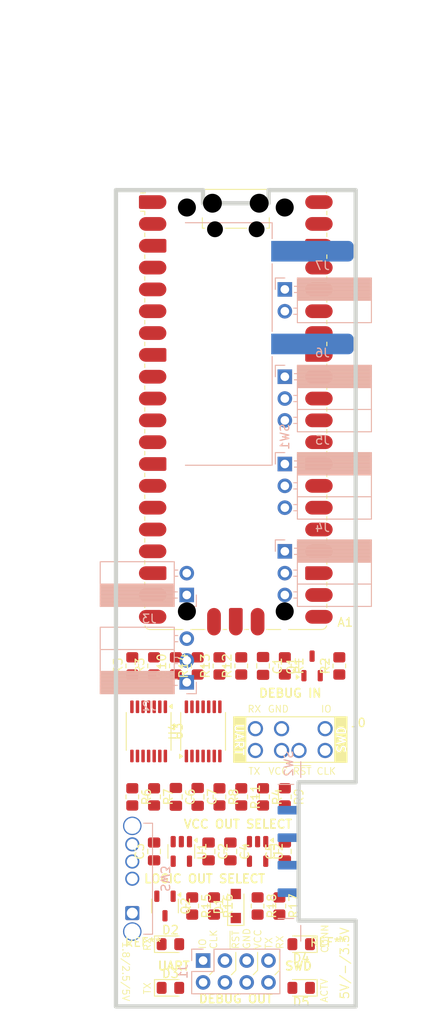
<source format=kicad_pcb>
(kicad_pcb (version 20240108) (generator "pcbnew") (generator_version "8.0")
  (title_block (title "Picoprobe Candybar") (date "In-progress") (rev "0-dev") (comment 1 "Peter S. Hollander") (comment 2 "recursivenomad@protonmail.com") (comment 3 "MIT-0 OR CC0-1.0") (comment 4 "https://gitlab.com/recursivenomad/picoprobe-candybar/"))
  (layers (0 "F.Cu" signal) (31 "B.Cu" signal) (34 "B.Paste" user) (35 "F.Paste" user) (36 "B.SilkS" user "B.Silkscreen") (37 "F.SilkS" user "F.Silkscreen") (38 "B.Mask" user) (39 "F.Mask" user) (44 "Edge.Cuts" user))
  (net 0 "")
  (net 1 "GND")
  (net 2 "/ADC0")
  (net 3 "/ADC2")
  (net 4 "/GPIO18")
  (net 5 "/GPIO8")
  (net 6 "VSYS")
  (net 7 "/GPIO6")
  (net 8 "/GPIO2")
  (net 9 "/3V3_EN")
  (net 10 "Net-(A1-GPIO1)")
  (net 11 "/GPIO15")
  (net 12 "/GPIO5")
  (net 13 "/GPIO11")
  (net 14 "/GPIO22")
  (net 15 "/GPIO16")
  (net 16 "/GPIO3")
  (net 17 "/GPIO12")
  (net 18 "/GPIO21")
  (net 19 "/GPIO4")
  (net 20 "/GPIO13")
  (net 21 "Net-(A1-SWCLK)")
  (net 22 "VBUS")
  (net 23 "/GPIO19")
  (net 24 "/GPIO20")
  (net 25 "Net-(A1-SWDIO)")
  (net 26 "/ADC1")
  (net 27 "/GPIO14")
  (net 28 "/GPIO9")
  (net 29 "3V3")
  (net 30 "/GPIO10")
  (net 32 "/GPIO7")
  (net 33 "Net-(A1-GPIO0)")
  (net 34 "/GPIO17")
  (net 35 "1V8")
  (net 36 "2V5")
  (net 37 "VLOGIC")
  (net 38 "Net-(D1-A)")
  (net 39 "VOUT")
  (net 40 "Net-(D2-A)")
  (net 41 "Net-(D3-A)")
  (net 42 "Net-(D4-A)")
  (net 43 "Net-(D5-A)")
  (net 44 "/CB_~{RST}")
  (net 45 "/CB_IO")
  (net 46 "/CB_TX")
  (net 47 "/CB_CLK")
  (net 49 "/CB_RX")
  (net 50 "/CB_CTS")
  (net 51 "/CB_DTR")
  (net 52 "/CB_RTS")
  (net 53 "/RSV_2")
  (net 54 "/RSV_3")
  (net 55 "/RSV_1")
  (net 56 "Net-(Q1-D)")
  (net 57 "5V")
  (net 58 "Net-(SW1-B)")
  (net 59 "Net-(U3-1Y)")
  (net 60 "Net-(U3-2Y)")
  (net 61 "Net-(U3-3Y)")
  (net 62 "Net-(U3-4Y)")
  (net 63 "Net-(U3-5Y)")
  (net 64 "Net-(U3-6Y)")
  (net 65 "Net-(U4-1A)")
  (net 66 "Net-(U4-2A)")
  (net 67 "Net-(U4-3A)")
  (net 68 "Net-(U4-4A)")
  (net 69 "Net-(U4-5A)")
  (net 70 "Net-(U4-6A)")
  (net 73 "AGND")
  (net 74 "/ADC_VREF")
  (footprint "Module_RaspberryPi_Pico:RaspberryPi_Pico_Original_SMD_MountingHoles_HandSolder" (layer "F.Cu") (at 101.6 85.725)
    (property "Reference" "A1" (at 11.7475 24.765 0) (layer "F.SilkS") (effects (justify left)))
    (property "Value" "RaspberryPi_Pico")
    (pad "" np_thru_hole circle (at -5.7 -23.5) (size 3.8 3.8) (drill 2.1) (layers "*.Mask") (clearance 1.05))
    (pad "" np_thru_hole circle (at -5.7 23.5) (size 3.8 3.8) (drill 2.1) (layers "*.Mask") (clearance 1.05))
    (pad "" np_thru_hole circle (at -2.725 -24) (size 2.2 2.2) (drill 2.2) (layers "*.Mask"))
    (pad "" np_thru_hole circle (at -2.425 -20.97) (size 1.85 1.85) (drill 1.85) (layers "*.Mask"))
    (pad "" np_thru_hole circle (at 2.425 -20.97) (size 1.85 1.85) (drill 1.85) (layers "*.Mask"))
    (pad "" np_thru_hole circle (at 2.725 -24) (size 2.2 2.2) (drill 2.2) (layers "*.Mask"))
    (pad "" np_thru_hole circle (at 5.7 -23.5) (size 3.8 3.8) (drill 2.1) (layers "*.Mask") (clearance 1.05))
    (pad "" np_thru_hole circle (at 5.7 23.5) (size 3.8 3.8) (drill 2.1) (layers "*.Mask") (clearance 1.05))
    (pad "1" smd custom (at -8.89 -24.13) (size 1.6 1.6) (layers "F.Cu" "F.Paste" "F.Mask") (net 33 "Net-(A1-GPIO0)") (options (clearance outline) (anchor circle)) (primitives (gr_poly (pts (xy -2.4 0.6) (xy -2.4 -0.6) (xy -2.2 -0.8) (xy 0 -0.8) (xy 0 0.8) (xy -2.2 0.8)) (width 0) (fill yes)) (gr_circle (center -2.2 0.6) (end -2 0.6) (width 0) (fill yes)) (gr_circle (center -2.2 -0.6) (end -2 -0.6) (width 0) (fill yes))))
    (pad "2" smd roundrect (at -8.89 -21.59) (size 3.2 1.6) (drill (offset -0.8 0)) (layers "F.Cu" "F.Paste" "F.Mask") (roundrect_rratio 0.5) (net 10 "Net-(A1-GPIO1)"))
    (pad "3" smd custom (at -8.89 -19.05) (size 1.6 1.6) (layers "F.Cu" "F.Paste" "F.Mask") (net 1 "GND") (options (clearance outline) (anchor circle)) (primitives (gr_poly (pts (xy 0.8 -0.6) (xy 0.8 0.6) (xy 0.6 0.8) (xy -1.6 0.8) (xy -1.6 -0.8) (xy 0.6 -0.8)) (width 0) (fill yes)) (gr_circle (center 0.6 0.6) (end 0.8 0.6) (width 0) (fill yes)) (gr_circle (center 0.6 -0.6) (end 0.8 -0.6) (width 0) (fill yes)) (gr_circle (center -1.6 0) (end -0.8 0) (width 0) (fill yes))))
    (pad "4" smd roundrect (at -8.89 -16.51) (size 3.2 1.6) (drill (offset -0.8 0)) (layers "F.Cu" "F.Paste" "F.Mask") (roundrect_rratio 0.5) (net 8 "/GPIO2"))
    (pad "5" smd roundrect (at -8.89 -13.97) (size 3.2 1.6) (drill (offset -0.8 0)) (layers "F.Cu" "F.Paste" "F.Mask") (roundrect_rratio 0.5) (net 16 "/GPIO3"))
    (pad "6" smd roundrect (at -8.89 -11.43) (size 3.2 1.6) (drill (offset -0.8 0)) (layers "F.Cu" "F.Paste" "F.Mask") (roundrect_rratio 0.5) (net 19 "/GPIO4"))
    (pad "7" smd roundrect (at -8.89 -8.89) (size 3.2 1.6) (drill (offset -0.8 0)) (layers "F.Cu" "F.Paste" "F.Mask") (roundrect_rratio 0.5) (net 12 "/GPIO5"))
    (pad "8" smd custom (at -8.89 -6.35) (size 1.6 1.6) (layers "F.Cu" "F.Paste" "F.Mask") (net 1 "GND") (options (clearance outline) (anchor circle)) (primitives (gr_poly (pts (xy 0.8 -0.6) (xy 0.8 0.6) (xy 0.6 0.8) (xy -1.6 0.8) (xy -1.6 -0.8) (xy 0.6 -0.8)) (width 0) (fill yes)) (gr_circle (center 0.6 0.6) (end 0.8 0.6) (width 0) (fill yes)) (gr_circle (center 0.6 -0.6) (end 0.8 -0.6) (width 0) (fill yes)) (gr_circle (center -1.6 0) (end -0.8 0) (width 0) (fill yes))))
    (pad "9" smd roundrect (at -8.89 -3.81) (size 3.2 1.6) (drill (offset -0.8 0)) (layers "F.Cu" "F.Paste" "F.Mask") (roundrect_rratio 0.5) (net 7 "/GPIO6"))
    (pad "10" smd roundrect (at -8.89 -1.27) (size 3.2 1.6) (drill (offset -0.8 0)) (layers "F.Cu" "F.Paste" "F.Mask") (roundrect_rratio 0.5) (net 32 "/GPIO7"))
    (pad "11" smd roundrect (at -8.89 1.27) (size 3.2 1.6) (drill (offset -0.8 0)) (layers "F.Cu" "F.Paste" "F.Mask") (roundrect_rratio 0.5) (net 5 "/GPIO8"))
    (pad "12" smd roundrect (at -8.89 3.81) (size 3.2 1.6) (drill (offset -0.8 0)) (layers "F.Cu" "F.Paste" "F.Mask") (roundrect_rratio 0.5) (net 28 "/GPIO9"))
    (pad "13" smd custom (at -8.89 6.35) (size 1.6 1.6) (layers "F.Cu" "F.Paste" "F.Mask") (net 1 "GND") (options (clearance outline) (anchor circle)) (primitives (gr_poly (pts (xy 0.8 -0.6) (xy 0.8 0.6) (xy 0.6 0.8) (xy -1.6 0.8) (xy -1.6 -0.8) (xy 0.6 -0.8)) (width 0) (fill yes)) (gr_circle (center 0.6 0.6) (end 0.8 0.6) (width 0) (fill yes)) (gr_circle (center 0.6 -0.6) (end 0.8 -0.6) (width 0) (fill yes)) (gr_circle (center -1.6 0) (end -0.8 0) (width 0) (fill yes))))
    (pad "14" smd roundrect (at -8.89 8.89) (size 3.2 1.6) (drill (offset -0.8 0)) (layers "F.Cu" "F.Paste" "F.Mask") (roundrect_rratio 0.5) (net 30 "/GPIO10"))
    (pad "15" smd roundrect (at -8.89 11.43) (size 3.2 1.6) (drill (offset -0.8 0)) (layers "F.Cu" "F.Paste" "F.Mask") (roundrect_rratio 0.5) (net 13 "/GPIO11"))
    (pad "16" smd roundrect (at -8.89 13.97) (size 3.2 1.6) (drill (offset -0.8 0)) (layers "F.Cu" "F.Paste" "F.Mask") (roundrect_rratio 0.5) (net 17 "/GPIO12"))
    (pad "17" smd roundrect (at -8.89 16.51) (size 3.2 1.6) (drill (offset -0.8 0)) (layers "F.Cu" "F.Paste" "F.Mask") (roundrect_rratio 0.5) (net 20 "/GPIO13"))
    (pad "18" smd custom (at -8.89 19.05) (size 1.6 1.6) (layers "F.Cu" "F.Paste" "F.Mask") (net 1 "GND") (options (clearance outline) (anchor circle)) (primitives (gr_poly (pts (xy 0.8 -0.6) (xy 0.8 0.6) (xy 0.6 0.8) (xy -1.6 0.8) (xy -1.6 -0.8) (xy 0.6 -0.8)) (width 0) (fill yes)) (gr_circle (center 0.6 0.6) (end 0.8 0.6) (width 0) (fill yes)) (gr_circle (center 0.6 -0.6) (end 0.8 -0.6) (width 0) (fill yes)) (gr_circle (center -1.6 0) (end -0.8 0) (width 0) (fill yes))))
    (pad "19" smd roundrect (at -8.89 21.59) (size 3.2 1.6) (drill (offset -0.8 0)) (layers "F.Cu" "F.Paste" "F.Mask") (roundrect_rratio 0.5) (net 27 "/GPIO14"))
    (pad "20" smd roundrect (at -8.89 24.13) (size 3.2 1.6) (drill (offset -0.8 0)) (layers "F.Cu" "F.Paste" "F.Mask") (roundrect_rratio 0.5) (net 11 "/GPIO15"))
    (pad "21" smd roundrect (at 8.89 24.13) (size 3.2 1.6) (drill (offset 0.8 0)) (layers "F.Cu" "F.Paste" "F.Mask") (roundrect_rratio 0.5) (net 15 "/GPIO16"))
    (pad "22" smd roundrect (at 8.89 21.59) (size 3.2 1.6) (drill (offset 0.8 0)) (layers "F.Cu" "F.Paste" "F.Mask") (roundrect_rratio 0.5) (net 34 "/GPIO17"))
    (pad "23" smd custom (at 8.89 19.05) (size 1.6 1.6) (layers "F.Cu" "F.Paste" "F.Mask") (net 1 "GND") (options (clearance outline) (anchor circle)) (primitives (gr_poly (pts (xy -0.8 -0.6) (xy -0.8 0.6) (xy -0.6 0.8) (xy 1.6 0.8) (xy 1.6 -0.8) (xy -0.6 -0.8)) (width 0) (fill yes)) (gr_circle (center -0.6 0.6) (end -0.4 0.6) (width 0) (fill yes)) (gr_circle (center -0.6 -0.6) (end -0.4 -0.6) (width 0) (fill yes)) (gr_circle (center 1.6 0) (end 2.4 0) (width 0) (fill yes))))
    (pad "24" smd roundrect (at 8.89 16.51) (size 3.2 1.6) (drill (offset 0.8 0)) (layers "F.Cu" "F.Paste" "F.Mask") (roundrect_rratio 0.5) (net 4 "/GPIO18"))
    (pad "25" smd roundrect (at 8.89 13.97) (size 3.2 1.6) (drill (offset 0.8 0)) (layers "F.Cu" "F.Paste" "F.Mask") (roundrect_rratio 0.5) (net 23 "/GPIO19"))
    (pad "26" smd roundrect (at 8.89 11.43) (size 3.2 1.6) (drill (offset 0.8 0)) (layers "F.Cu" "F.Paste" "F.Mask") (roundrect_rratio 0.5) (net 24 "/GPIO20"))
    (pad "27" smd roundrect (at 8.89 8.89) (size 3.2 1.6) (drill (offset 0.8 0)) (layers "F.Cu" "F.Paste" "F.Mask") (roundrect_rratio 0.5) (net 18 "/GPIO21"))
    (pad "28" smd custom (at 8.89 6.35) (size 1.6 1.6) (layers "F.Cu" "F.Paste" "F.Mask") (net 1 "GND") (options (clearance outline) (anchor circle)) (primitives (gr_poly (pts (xy -0.8 -0.6) (xy -0.8 0.6) (xy -0.6 0.8) (xy 1.6 0.8) (xy 1.6 -0.8) (xy -0.6 -0.8)) (width 0) (fill yes)) (gr_circle (center -0.6 0.6) (end -0.4 0.6) (width 0) (fill yes)) (gr_circle (center -0.6 -0.6) (end -0.4 -0.6) (width 0) (fill yes)) (gr_circle (center 1.6 0) (end 2.4 0) (width 0) (fill yes))))
    (pad "29" smd roundrect (at 8.89 3.81) (size 3.2 1.6) (drill (offset 0.8 0)) (layers "F.Cu" "F.Paste" "F.Mask") (roundrect_rratio 0.5) (net 14 "/GPIO22"))
    (pad "30" smd roundrect (at 8.89 1.27) (size 3.2 1.6) (drill (offset 0.8 0)) (layers "F.Cu" "F.Paste" "F.Mask") (roundrect_rratio 0.5))
    (pad "31" smd roundrect (at 8.89 -1.27) (size 3.2 1.6) (drill (offset 0.8 0)) (layers "F.Cu" "F.Paste" "F.Mask") (roundrect_rratio 0.5) (net 2 "/ADC0"))
    (pad "32" smd roundrect (at 8.89 -3.81) (size 3.2 1.6) (drill (offset 0.8 0)) (layers "F.Cu" "F.Paste" "F.Mask") (roundrect_rratio 0.5) (net 26 "/ADC1"))
    (pad "33" smd custom (at 8.89 -6.35) (size 1.6 1.6) (layers "F.Cu" "F.Paste" "F.Mask") (net 73 "AGND") (options (clearance outline) (anchor circle)) (primitives (gr_poly (pts (xy -0.8 -0.6) (xy -0.8 0.6) (xy -0.6 0.8) (xy 1.6 0.8) (xy 1.6 -0.8) (xy -0.6 -0.8)) (width 0) (fill yes)) (gr_circle (center -0.6 0.6) (end -0.4 0.6) (width 0) (fill yes)) (gr_circle (center -0.6 -0.6) (end -0.4 -0.6) (width 0) (fill yes)) (gr_circle (center 1.6 0) (end 2.4 0) (width 0) (fill yes))))
    (pad "34" smd roundrect (at 8.89 -8.89) (size 3.2 1.6) (drill (offset 0.8 0)) (layers "F.Cu" "F.Paste" "F.Mask") (roundrect_rratio 0.5) (net 3 "/ADC2"))
    (pad "35" smd roundrect (at 8.89 -11.43) (size 3.2 1.6) (drill (offset 0.8 0)) (layers "F.Cu" "F.Paste" "F.Mask") (roundrect_rratio 0.5) (net 74 "/ADC_VREF"))
    (pad "36" smd roundrect (at 8.89 -13.97) (size 3.2 1.6) (drill (offset 0.8 0)) (layers "F.Cu" "F.Paste" "F.Mask") (roundrect_rratio 0.5) (net 29 "3V3"))
    (pad "37" smd roundrect (at 8.89 -16.51) (size 3.2 1.6) (drill (offset 0.8 0)) (layers "F.Cu" "F.Paste" "F.Mask") (roundrect_rratio 0.5) (net 9 "/3V3_EN"))
    (pad "38" smd custom (at 8.89 -19.05) (size 1.6 1.6) (layers "F.Cu" "F.Paste" "F.Mask") (net 1 "GND") (options (clearance outline) (anchor circle)) (primitives (gr_poly (pts (xy -0.8 -0.6) (xy -0.8 0.6) (xy -0.6 0.8) (xy 1.6 0.8) (xy 1.6 -0.8) (xy -0.6 -0.8)) (width 0) (fill yes)) (gr_circle (center -0.6 0.6) (end -0.4 0.6) (width 0) (fill yes)) (gr_circle (center -0.6 -0.6) (end -0.4 -0.6) (width 0) (fill yes)) (gr_circle (center 1.6 0) (end 2.4 0) (width 0) (fill yes))))
    (pad "39" smd roundrect (at 8.89 -21.59) (size 3.2 1.6) (drill (offset 0.8 0)) (layers "F.Cu" "F.Paste" "F.Mask") (roundrect_rratio 0.5) (net 6 "VSYS"))
    (pad "40" smd roundrect (at 8.89 -24.13) (size 3.2 1.6) (drill (offset 0.8 0)) (layers "F.Cu" "F.Paste" "F.Mask") (roundrect_rratio 0.5) (net 22 "VBUS"))
    (pad "D1" smd roundrect (at -2.54 23.9 90) (size 3.2 1.6) (drill (offset -0.8 0)) (layers "F.Cu" "F.Paste" "F.Mask") (roundrect_rratio 0.5) (net 21 "Net-(A1-SWCLK)"))
    (pad "D2" smd custom (at 0 23.9 270) (size 1.6 1.6) (layers "F.Cu" "F.Paste" "F.Mask") (net 1 "GND") (options (clearance outline) (anchor circle)) (primitives (gr_poly (pts (xy -0.8 -0.6) (xy -0.8 0.6) (xy -0.6 0.8) (xy 1.6 0.8) (xy 1.6 -0.8) (xy -0.6 -0.8)) (width 0) (fill yes)) (gr_circle (center -0.6 0.6) (end -0.4 0.6) (width 0) (fill yes)) (gr_circle (center -0.6 -0.6) (end -0.4 -0.6) (width 0) (fill yes)) (gr_circle (center 1.6 0) (end 2.4 0) (width 0) (fill yes))))
    (pad "D3" smd roundrect (at 2.54 23.9 90) (size 3.2 1.6) (drill (offset -0.8 0)) (layers "F.Cu" "F.Paste" "F.Mask") (roundrect_rratio 0.5) (net 25 "Net-(A1-SWDIO)"))
  )
  (footprint "Capacitor_SMD:C_0805_2012Metric_Pad1.18x1.45mm_HandSolder" (layer "F.Cu") (at 94.615 130.81 -90)
    (property "Reference" "C6" (at 0 -1.68 -90) (layer "F.SilkS"))
    (property "Value" "1u")
    (pad "1" smd roundrect (at -1.0375 0 270) (size 1.175 1.45) (layers "F.Cu" "F.Paste" "F.Mask") (roundrect_rratio 0.212766) (net 37 "VLOGIC"))
    (pad "2" smd roundrect (at 1.0375 0 270) (size 1.175 1.45) (layers "F.Cu" "F.Paste" "F.Mask") (roundrect_rratio 0.212766) (net 1 "GND"))
  )
  (footprint "Package_SO:TSSOP-14_4.4x5mm_P0.65mm" (layer "F.Cu") (at 91.44 123.19 -90)
    (property "Reference" "U3" (at 0 -3.45 -90) (layer "F.SilkS"))
    (property "Value" "SN74LV6T17")
    (pad "1" smd roundrect (at -2.8625 -1.95 270) (size 1.475 0.4) (layers "F.Cu" "F.Paste" "F.Mask") (net 16 "/GPIO3"))
    (pad "2" smd roundrect (at -2.8625 -1.3 270) (size 1.475 0.4) (layers "F.Cu" "F.Paste" "F.Mask") (net 59 "Net-(U3-1Y)"))
    (pad "3" smd roundrect (at -2.8625 -0.65 270) (size 1.475 0.4) (layers "F.Cu" "F.Paste" "F.Mask") (net 19 "/GPIO4"))
    (pad "4" smd roundrect (at -2.8625 0 270) (size 1.475 0.4) (layers "F.Cu" "F.Paste" "F.Mask") (net 60 "Net-(U3-2Y)"))
    (pad "5" smd roundrect (at -2.8625 0.65 270) (size 1.475 0.4) (layers "F.Cu" "F.Paste" "F.Mask") (net 32 "/GPIO7"))
    (pad "6" smd roundrect (at -2.8625 1.3 270) (size 1.475 0.4) (layers "F.Cu" "F.Paste" "F.Mask") (net 61 "Net-(U3-3Y)"))
    (pad "7" smd roundrect (at -2.8625 1.95 270) (size 1.475 0.4) (layers "F.Cu" "F.Paste" "F.Mask") (net 1 "GND"))
    (pad "8" smd roundrect (at 2.8625 1.95 270) (size 1.475 0.4) (layers "F.Cu" "F.Paste" "F.Mask") (net 62 "Net-(U3-4Y)"))
    (pad "9" smd roundrect (at 2.8625 1.3 270) (size 1.475 0.4) (layers "F.Cu" "F.Paste" "F.Mask") (net 8 "/GPIO2"))
    (pad "10" smd roundrect (at 2.8625 0.65 270) (size 1.475 0.4) (layers "F.Cu" "F.Paste" "F.Mask") (net 63 "Net-(U3-5Y)"))
    (pad "11" smd roundrect (at 2.8625 0 270) (size 1.475 0.4) (layers "F.Cu" "F.Paste" "F.Mask") (net 17 "/GPIO12"))
    (pad "12" smd roundrect (at 2.8625 -0.65 270) (size 1.475 0.4) (layers "F.Cu" "F.Paste" "F.Mask") (net 64 "Net-(U3-6Y)"))
    (pad "13" smd roundrect (at 2.8625 -1.3 270) (size 1.475 0.4) (layers "F.Cu" "F.Paste" "F.Mask") (net 20 "/GPIO13"))
    (pad "14" smd roundrect (at 2.8625 -1.95 270) (size 1.475 0.4) (layers "F.Cu" "F.Paste" "F.Mask") (net 37 "VLOGIC"))
  )
  (footprint "Resistor_SMD:R_0805_2012Metric_Pad1.20x1.40mm_HandSolder" (layer "F.Cu") (at 97.155 115.57 90)
    (property "Reference" "R14" (at 0 -1.65 90) (layer "F.SilkS"))
    (property "Value" "100R")
    (pad "1" smd roundrect (at -1 0 90) (size 1.2 1.4) (layers "F.Cu" "F.Paste" "F.Mask") (roundrect_rratio 0.208333) (net 70 "Net-(U4-6A)"))
    (pad "2" smd roundrect (at 1 0 90) (size 1.2 1.4) (layers "F.Cu" "F.Paste" "F.Mask") (roundrect_rratio 0.208333) (net 54 "/RSV_3"))
  )
  (footprint "Resistor_SMD:R_0805_2012Metric_Pad1.20x1.40mm_HandSolder" (layer "F.Cu") (at 99.06 143.51 -90)
    (property "Reference" "R16" (at 0 -1.65 -90) (layer "F.SilkS"))
    (property "Value" "470R")
    (pad "1" smd roundrect (at -1 0 270) (size 1.2 1.4) (layers "F.Cu" "F.Paste" "F.Mask") (roundrect_rratio 0.208333) (net 28 "/GPIO9"))
    (pad "2" smd roundrect (at 1 0 270) (size 1.2 1.4) (layers "F.Cu" "F.Paste" "F.Mask") (roundrect_rratio 0.208333) (net 41 "Net-(D3-A)"))
  )
  (footprint "Package_TO_SOT_SMD:SOT-23-5" (layer "F.Cu") (at 95.25 137.16 -90)
    (property "Reference" "U1" (at 0 -2.4 -90) (layer "F.SilkS"))
    (property "Value" "TLV77318PDBVR")
    (pad "1" smd roundrect (at -1.1375 -0.95 270) (size 1.325 0.6) (layers "F.Cu" "F.Paste" "F.Mask") (net 29 "3V3"))
    (pad "2" smd roundrect (at -1.1375 0 270) (size 1.325 0.6) (layers "F.Cu" "F.Paste" "F.Mask") (net 1 "GND"))
    (pad "3" smd roundrect (at -1.1375 0.95 270) (size 1.325 0.6) (layers "F.Cu" "F.Paste" "F.Mask") (net 29 "3V3"))
    (pad "4" smd roundrect (at 1.1375 0.95 270) (size 1.325 0.6) (layers "F.Cu" "F.Paste" "F.Mask"))
    (pad "5" smd roundrect (at 1.1375 -0.95 270) (size 1.325 0.6) (layers "F.Cu" "F.Paste" "F.Mask") (net 35 "1V8"))
  )
  (footprint "Resistor_SMD:R_0805_2012Metric_Pad1.20x1.40mm_HandSolder" (layer "F.Cu") (at 107.315 115.57 -90)
    (property "Reference" "R1" (at 0 -1.65 -90) (layer "F.SilkS"))
    (property "Value" "470R")
    (pad "1" smd roundrect (at -1 0 270) (size 1.2 1.4) (layers "F.Cu" "F.Paste" "F.Mask") (roundrect_rratio 0.208333) (net 58 "Net-(SW1-B)"))
    (pad "2" smd roundrect (at 1 0 270) (size 1.2 1.4) (layers "F.Cu" "F.Paste" "F.Mask") (roundrect_rratio 0.208333) (net 9 "/3V3_EN"))
  )
  (footprint "LED_SMD:LED_0805_2012Metric_Pad1.15x1.40mm_HandSolder" (layer "F.Cu") (at 93.98 147.955)
    (property "Reference" "D2" (at 0 -1.65 0) (layer "F.SilkS"))
    (property "Value" "Orange")
    (pad "1" smd roundrect (at -1.025 0) (size 1.15 1.4) (layers "F.Cu" "F.Paste" "F.Mask") (roundrect_rratio 0.217391) (net 1 "GND"))
    (pad "2" smd roundrect (at 1.025 0) (size 1.15 1.4) (layers "F.Cu" "F.Paste" "F.Mask") (roundrect_rratio 0.217391) (net 40 "Net-(D2-A)"))
  )
  (footprint "Resistor_SMD:R_0805_2012Metric_Pad1.20x1.40mm_HandSolder" (layer "F.Cu") (at 89.535 130.81 -90)
    (property "Reference" "R6" (at 0 -1.65 -90) (layer "F.SilkS"))
    (property "Value" "100R")
    (pad "1" smd roundrect (at -1 0 270) (size 1.2 1.4) (layers "F.Cu" "F.Paste" "F.Mask") (roundrect_rratio 0.208333) (net 62 "Net-(U3-4Y)"))
    (pad "2" smd roundrect (at 1 0 270) (size 1.2 1.4) (layers "F.Cu" "F.Paste" "F.Mask") (roundrect_rratio 0.208333) (net 44 "/CB_~{RST}"))
  )
  (footprint "MountingHole:MountingHole_2.2mm_M2_ISO7380" (layer "F.Cu") (at 90.805 150.495)
    (property "Reference" "REF**" (at 0 -2.75 0) (layer "F.SilkS"))
    (property "Value" "MountingHole_2.2mm_M2_ISO7380")
    (pad "" np_thru_hole circle (at 0 0) (size 2.2 2.2) (drill 2.2) (layers "*.Cu" "*.Mask"))
  )
  (footprint "Resistor_SMD:R_0805_2012Metric_Pad1.20x1.40mm_HandSolder" (layer "F.Cu") (at 106.68 143.51 -90)
    (property "Reference" "R17" (at 0 -1.65 -90) (layer "F.SilkS"))
    (property "Value" "470R")
    (pad "1" smd roundrect (at -1 0 270) (size 1.2 1.4) (layers "F.Cu" "F.Paste" "F.Mask") (roundrect_rratio 0.208333) (net 11 "/GPIO15"))
    (pad "2" smd roundrect (at 1 0 270) (size 1.2 1.4) (layers "F.Cu" "F.Paste" "F.Mask") (roundrect_rratio 0.208333) (net 42 "Net-(D4-A)"))
  )
  (footprint "Resistor_SMD:R_0805_2012Metric_Pad1.20x1.40mm_HandSolder" (layer "F.Cu") (at 102.235 130.81 -90)
    (property "Reference" "R11" (at 0 -1.65 -90) (layer "F.SilkS"))
    (property "Value" "100R")
    (pad "1" smd roundrect (at -1 0 270) (size 1.2 1.4) (layers "F.Cu" "F.Paste" "F.Mask") (roundrect_rratio 0.208333) (net 67 "Net-(U4-3A)"))
    (pad "2" smd roundrect (at 1 0 270) (size 1.2 1.4) (layers "F.Cu" "F.Paste" "F.Mask") (roundrect_rratio 0.208333) (net 45 "/CB_IO"))
  )
  (footprint "Capacitor_SMD:C_0805_2012Metric_Pad1.18x1.45mm_HandSolder" (layer "F.Cu") (at 107.315 137.16 90)
    (property "Reference" "C5" (at 0 -1.68 90) (layer "F.SilkS"))
    (property "Value" "1u")
    (pad "1" smd roundrect (at -1.0375 0 90) (size 1.175 1.45) (layers "F.Cu" "F.Paste" "F.Mask") (roundrect_rratio 0.212766) (net 36 "2V5"))
    (pad "2" smd roundrect (at 1.0375 0 90) (size 1.175 1.45) (layers "F.Cu" "F.Paste" "F.Mask") (roundrect_rratio 0.212766) (net 1 "GND"))
  )
  (footprint "Resistor_SMD:R_0805_2012Metric_Pad1.20x1.40mm_HandSolder" (layer "F.Cu") (at 96.52 143.51 -90)
    (property "Reference" "R15" (at 0 -1.65 -90) (layer "F.SilkS"))
    (property "Value" "470R")
    (pad "1" smd roundrect (at -1 0 270) (size 1.2 1.4) (layers "F.Cu" "F.Paste" "F.Mask") (roundrect_rratio 0.208333) (net 5 "/GPIO8"))
    (pad "2" smd roundrect (at 1 0 270) (size 1.2 1.4) (layers "F.Cu" "F.Paste" "F.Mask") (roundrect_rratio 0.208333) (net 40 "Net-(D2-A)"))
  )
  (footprint "Resistor_SMD:R_0805_2012Metric_Pad1.20x1.40mm_HandSolder" (layer "F.Cu") (at 89.535 115.57 90)
    (property "Reference" "R5" (at 0 -1.65 90) (layer "F.SilkS"))
    (property "Value" "100R")
    (pad "1" smd roundrect (at -1 0 90) (size 1.2 1.4) (layers "F.Cu" "F.Paste" "F.Mask") (roundrect_rratio 0.208333) (net 61 "Net-(U3-3Y)"))
    (pad "2" smd roundrect (at 1 0 90) (size 1.2 1.4) (layers "F.Cu" "F.Paste" "F.Mask") (roundrect_rratio 0.208333) (net 52 "/CB_RTS"))
  )
  (footprint "Resistor_SMD:R_0805_2012Metric_Pad1.20x1.40mm_HandSolder" (layer "F.Cu") (at 104.14 143.51 -90)
    (property "Reference" "R18" (at 0 -1.65 -90) (layer "F.SilkS"))
    (property "Value" "470R")
    (pad "1" smd roundrect (at -1 0 270) (size 1.2 1.4) (layers "F.Cu" "F.Paste" "F.Mask") (roundrect_rratio 0.208333) (net 15 "/GPIO16"))
    (pad "2" smd roundrect (at 1 0 270) (size 1.2 1.4) (layers "F.Cu" "F.Paste" "F.Mask") (roundrect_rratio 0.208333) (net 43 "Net-(D5-A)"))
  )
  (footprint "Package_TO_SOT_SMD:SOT-23-3" (layer "F.Cu") (at 110.49 115.57 90)
    (property "Reference" "Q1" (at 0 -2.4 90) (layer "F.SilkS"))
    (property "Value" "T2N7002AK")
    (pad "1" smd roundrect (at -1.1375 -0.95 90) (size 1.325 0.6) (layers "F.Cu" "F.Paste" "F.Mask") (net 9 "/3V3_EN"))
    (pad "2" smd roundrect (at -1.1375 0.95 90) (size 1.325 0.6) (layers "F.Cu" "F.Paste" "F.Mask") (net 1 "GND"))
    (pad "3" smd roundrect (at 1.1375 0 90) (size 1.325 0.6) (layers "F.Cu" "F.Paste" "F.Mask") (net 56 "Net-(Q1-D)"))
  )
  (footprint "Resistor_SMD:R_0805_2012Metric_Pad1.20x1.40mm_HandSolder" (layer "F.Cu") (at 113.665 115.57 90)
    (property "Reference" "R2" (at 0 -1.65 90) (layer "F.SilkS"))
    (property "Value" "100k")
    (pad "1" smd roundrect (at -1 0 90) (size 1.2 1.4) (layers "F.Cu" "F.Paste" "F.Mask") (roundrect_rratio 0.208333) (net 56 "Net-(Q1-D)"))
    (pad "2" smd roundrect (at 1 0 90) (size 1.2 1.4) (layers "F.Cu" "F.Paste" "F.Mask") (roundrect_rratio 0.208333) (net 22 "VBUS"))
  )
  (footprint "Resistor_SMD:R_0805_2012Metric_Pad1.20x1.40mm_HandSolder" (layer "F.Cu") (at 94.615 115.57 90)
    (property "Reference" "R10" (at 0 -1.65 90) (layer "F.SilkS"))
    (property "Value" "100R")
    (pad "1" smd roundrect (at -1 0 90) (size 1.2 1.4) (layers "F.Cu" "F.Paste" "F.Mask") (roundrect_rratio 0.208333) (net 66 "Net-(U4-2A)"))
    (pad "2" smd roundrect (at 1 0 90) (size 1.2 1.4) (layers "F.Cu" "F.Paste" "F.Mask") (roundrect_rratio 0.208333) (net 50 "/CB_CTS"))
  )
  (footprint "Resistor_SMD:R_0805_2012Metric_Pad1.20x1.40mm_HandSolder" (layer "F.Cu") (at 102.235 115.57 90)
    (property "Reference" "R12" (at 0 -1.65 90) (layer "F.SilkS"))
    (property "Value" "100R")
    (pad "1" smd roundrect (at -1 0 90) (size 1.2 1.4) (layers "F.Cu" "F.Paste" "F.Mask") (roundrect_rratio 0.208333) (net 68 "Net-(U4-4A)"))
    (pad "2" smd roundrect (at 1 0 90) (size 1.2 1.4) (layers "F.Cu" "F.Paste" "F.Mask") (roundrect_rratio 0.208333) (net 55 "/RSV_1"))
  )
  (footprint "Capacitor_SMD:C_0805_2012Metric_Pad1.18x1.45mm_HandSolder" (layer "F.Cu") (at 92.075 137.16 90)
    (property "Reference" "C3" (at 0 -1.68 90) (layer "F.SilkS"))
    (property "Value" "1u")
    (pad "1" smd roundrect (at -1.0375 0 90) (size 1.175 1.45) (layers "F.Cu" "F.Paste" "F.Mask") (roundrect_rratio 0.212766) (net 35 "1V8"))
    (pad "2" smd roundrect (at 1.0375 0 90) (size 1.175 1.45) (layers "F.Cu" "F.Paste" "F.Mask") (roundrect_rratio 0.212766) (net 1 "GND"))
  )
  (footprint "LED_SMD:LED_0805_2012Metric_Pad1.15x1.40mm_HandSolder" (layer "F.Cu") (at 109.22 147.955 180)
    (property "Reference" "D4" (at 0 -1.65 180) (layer "F.SilkS"))
    (property "Value" "Green")
    (pad "1" smd roundrect (at -1.025 0 180) (size 1.15 1.4) (layers "F.Cu" "F.Paste" "F.Mask") (roundrect_rratio 0.217391) (net 1 "GND"))
    (pad "2" smd roundrect (at 1.025 0 180) (size 1.15 1.4) (layers "F.Cu" "F.Paste" "F.Mask") (roundrect_rratio 0.217391) (net 42 "Net-(D4-A)"))
  )
  (footprint "Resistor_SMD:R_0805_2012Metric_Pad1.20x1.40mm_HandSolder" (layer "F.Cu") (at 107.315 130.81 -90)
    (property "Reference" "R9" (at 0 -1.65 -90) (layer "F.SilkS"))
    (property "Value" "100R")
    (pad "1" smd roundrect (at -1 0 270) (size 1.2 1.4) (layers "F.Cu" "F.Paste" "F.Mask") (roundrect_rratio 0.208333) (net 65 "Net-(U4-1A)"))
    (pad "2" smd roundrect (at 1 0 270) (size 1.2 1.4) (layers "F.Cu" "F.Paste" "F.Mask") (roundrect_rratio 0.208333) (net 49 "/CB_RX"))
  )
  (footprint "Diode_SMD:Nexperia_CFP3_SOD-123W" (layer "F.Cu") (at 101.6 143.51 90)
    (property "Reference" "D1" (at 0 -2 90) (layer "F.SilkS"))
    (property "Value" "PMEG2010ER")
    (pad "1" smd rect (at -1.4 0 90) (size 1.2 1.2) (layers "F.Cu" "F.Paste" "F.Mask") (net 39 "VOUT"))
    (pad "2" smd rect (at 1.4 0 90) (size 1.2 1.2) (layers "F.Cu" "F.Paste" "F.Mask") (net 38 "Net-(D1-A)"))
  )
  (footprint "Package_SO:TSSOP-14_4.4x5mm_P0.65mm" (layer "F.Cu") (at 97.79 123.19 90)
    (property "Reference" "U4" (at 0 -3.45 90) (layer "F.SilkS"))
    (property "Value" "SN74LV6T17")
    (pad "1" smd roundrect (at -2.8625 -1.95 90) (size 1.475 0.4) (layers "F.Cu" "F.Paste" "F.Mask") (net 65 "Net-(U4-1A)"))
    (pad "2" smd roundrect (at -2.8625 -1.3 90) (size 1.475 0.4) (layers "F.Cu" "F.Paste" "F.Mask") (net 12 "/GPIO5"))
    (pad "3" smd roundrect (at -2.8625 -0.65 90) (size 1.475 0.4) (layers "F.Cu" "F.Paste" "F.Mask") (net 66 "Net-(U4-2A)"))
    (pad "4" smd roundrect (at -2.8625 0 90) (size 1.475 0.4) (layers "F.Cu" "F.Paste" "F.Mask") (net 7 "/GPIO6"))
    (pad "5" smd roundrect (at -2.8625 0.65 90) (size 1.475 0.4) (layers "F.Cu" "F.Paste" "F.Mask") (net 67 "Net-(U4-3A)"))
    (pad "6" smd roundrect (at -2.8625 1.3 90) (size 1.475 0.4) (layers "F.Cu" "F.Paste" "F.Mask") (net 27 "/GPIO14"))
    (pad "7" smd roundrect (at -2.8625 1.95 90) (size 1.475 0.4) (layers "F.Cu" "F.Paste" "F.Mask") (net 1 "GND"))
    (pad "8" smd roundrect (at 2.8625 1.95 90) (size 1.475 0.4) (layers "F.Cu" "F.Paste" "F.Mask") (net 34 "/GPIO17"))
    (pad "9" smd roundrect (at 2.8625 1.3 90) (size 1.475 0.4) (layers "F.Cu" "F.Paste" "F.Mask") (net 68 "Net-(U4-4A)"))
    (pad "10" smd roundrect (at 2.8625 0.65 90) (size 1.475 0.4) (layers "F.Cu" "F.Paste" "F.Mask") (net 4 "/GPIO18"))
    (pad "11" smd roundrect (at 2.8625 0 90) (size 1.475 0.4) (layers "F.Cu" "F.Paste" "F.Mask") (net 69 "Net-(U4-5A)"))
    (pad "12" smd roundrect (at 2.8625 -0.65 90) (size 1.475 0.4) (layers "F.Cu" "F.Paste" "F.Mask") (net 23 "/GPIO19"))
    (pad "13" smd roundrect (at 2.8625 -1.3 90) (size 1.475 0.4) (layers "F.Cu" "F.Paste" "F.Mask") (net 70 "Net-(U4-6A)"))
    (pad "14" smd roundrect (at 2.8625 -1.95 90) (size 1.475 0.4) (layers "F.Cu" "F.Paste" "F.Mask") (net 29 "3V3"))
  )
  (footprint "Capacitor_SMD:C_0805_2012Metric_Pad1.18x1.45mm_HandSolder" (layer "F.Cu") (at 104.775 115.57 -90)
    (property "Reference" "C1" (at 0 -1.68 -90) (layer "F.SilkS"))
    (property "Value" "1u")
    (pad "1" smd roundrect (at -1.0375 0 270) (size 1.175 1.45) (layers "F.Cu" "F.Paste" "F.Mask") (roundrect_rratio 0.212766) (net 6 "VSYS"))
    (pad "2" smd roundrect (at 1.0375 0 270) (size 1.175 1.45) (layers "F.Cu" "F.Paste" "F.Mask") (roundrect_rratio 0.212766) (net 9 "/3V3_EN"))
  )
  (footprint "LED_SMD:LED_0805_2012Metric_Pad1.15x1.40mm_HandSolder" (layer "F.Cu") (at 93.98 153.035)
    (property "Reference" "D3" (at 0 -1.65 0) (layer "F.SilkS"))
    (property "Value" "Yellow")
    (pad "1" smd roundrect (at -1.025 0) (size 1.15 1.4) (layers "F.Cu" "F.Paste" "F.Mask") (roundrect_rratio 0.217391) (net 1 "GND"))
    (pad "2" smd roundrect (at 1.025 0) (size 1.15 1.4) (layers "F.Cu" "F.Paste" "F.Mask") (roundrect_rratio 0.217391) (net 41 "Net-(D3-A)"))
  )
  (footprint "Resistor_SMD:R_0805_2012Metric_Pad1.20x1.40mm_HandSolder" (layer "F.Cu") (at 104.775 130.81 -90)
    (property "Reference" "R4" (at 0 -1.65 -90) (layer "F.SilkS"))
    (property "Value" "100R")
    (pad "1" smd roundrect (at -1 0 270) (size 1.2 1.4) (layers "F.Cu" "F.Paste" "F.Mask") (roundrect_rratio 0.208333) (net 60 "Net-(U3-2Y)"))
    (pad "2" smd roundrect (at 1 0 270) (size 1.2 1.4) (layers "F.Cu" "F.Paste" "F.Mask") (roundrect_rratio 0.208333) (net 46 "/CB_TX"))
  )
  (footprint "Package_TO_SOT_SMD:SOT-23-5" (layer "F.Cu") (at 104.14 137.16 -90)
    (property "Reference" "U2" (at 0 -2.4 -90) (layer "F.SilkS"))
    (property "Value" "TLV77325PDBVR")
    (pad "1" smd roundrect (at -1.1375 -0.95 270) (size 1.325 0.6) (layers "F.Cu" "F.Paste" "F.Mask") (net 29 "3V3"))
    (pad "2" smd roundrect (at -1.1375 0 270) (size 1.325 0.6) (layers "F.Cu" "F.Paste" "F.Mask") (net 1 "GND"))
    (pad "3" smd roundrect (at -1.1375 0.95 270) (size 1.325 0.6) (layers "F.Cu" "F.Paste" "F.Mask") (net 29 "3V3"))
    (pad "4" smd roundrect (at 1.1375 0.95 270) (size 1.325 0.6) (layers "F.Cu" "F.Paste" "F.Mask"))
    (pad "5" smd roundrect (at 1.1375 -0.95 270) (size 1.325 0.6) (layers "F.Cu" "F.Paste" "F.Mask") (net 36 "2V5"))
  )
  (footprint "Capacitor_SMD:C_0805_2012Metric_Pad1.18x1.45mm_HandSolder" (layer "F.Cu") (at 98.425 137.16 -90)
    (property "Reference" "C2" (at 0 -1.68 -90) (layer "F.SilkS"))
    (property "Value" "1u")
    (pad "1" smd roundrect (at -1.0375 0 270) (size 1.175 1.45) (layers "F.Cu" "F.Paste" "F.Mask") (roundrect_rratio 0.212766) (net 29 "3V3"))
    (pad "2" smd roundrect (at 1.0375 0 270) (size 1.175 1.45) (layers "F.Cu" "F.Paste" "F.Mask") (roundrect_rratio 0.212766) (net 1 "GND"))
  )
  (footprint "Resistor_SMD:R_0805_2012Metric_Pad1.20x1.40mm_HandSolder" (layer "F.Cu") (at 99.695 115.57 90)
    (property "Reference" "R13" (at 0 -1.65 90) (layer "F.SilkS"))
    (property "Value" "100R")
    (pad "1" smd roundrect (at -1 0 90) (size 1.2 1.4) (layers "F.Cu" "F.Paste" "F.Mask") (roundrect_rratio 0.208333) (net 69 "Net-(U4-5A)"))
    (pad "2" smd roundrect (at 1 0 90) (size 1.2 1.4) (layers "F.Cu" "F.Paste" "F.Mask") (roundrect_rratio 0.208333) (net 53 "/RSV_2"))
  )
  (footprint "LED_SMD:LED_0805_2012Metric_Pad1.15x1.40mm_HandSolder" (layer "F.Cu") (at 109.22 153.035 180)
    (property "Reference" "D5" (at 0 -1.65 180) (layer "F.SilkS"))
    (property "Value" "Orange")
    (pad "1" smd roundrect (at -1.025 0 180) (size 1.15 1.4) (layers "F.Cu" "F.Paste" "F.Mask") (roundrect_rratio 0.217391) (net 1 "GND"))
    (pad "2" smd roundrect (at 1.025 0 180) (size 1.15 1.4) (layers "F.Cu" "F.Paste" "F.Mask") (roundrect_rratio 0.217391) (net 43 "Net-(D5-A)"))
  )
  (footprint "Package_TO_SOT_SMD:SOT-23-3" (layer "F.Cu") (at 93.345 143.51 -90)
    (property "Reference" "Q2" (at 0 -2.4 -90) (layer "F.SilkS"))
    (property "Value" "DMP31D1U")
    (pad "1" smd roundrect (at -1.1375 -0.95 270) (size 1.325 0.6) (layers "F.Cu" "F.Paste" "F.Mask") (net 56 "Net-(Q1-D)"))
    (pad "2" smd roundrect (at -1.1375 0.95 270) (size 1.325 0.6) (layers "F.Cu" "F.Paste" "F.Mask") (net 22 "VBUS"))
    (pad "3" smd roundrect (at 1.1375 0 270) (size 1.325 0.6) (layers "F.Cu" "F.Paste" "F.Mask") (net 57 "5V"))
  )
  (footprint "Resistor_SMD:R_0805_2012Metric_Pad1.20x1.40mm_HandSolder" (layer "F.Cu") (at 92.075 115.57 90)
    (property "Reference" "R3" (at 0 -1.65 90) (layer "F.SilkS"))
    (property "Value" "100R")
    (pad "1" smd roundrect (at -1 0 90) (size 1.2 1.4) (layers "F.Cu" "F.Paste" "F.Mask") (roundrect_rratio 0.208333) (net 59 "Net-(U3-1Y)"))
    (pad "2" smd roundrect (at 1 0 90) (size 1.2 1.4) (layers "F.Cu" "F.Paste" "F.Mask") (roundrect_rratio 0.208333) (net 51 "/CB_DTR"))
  )
  (footprint "Connector_PicoprobeCandybar:SWD-UART_PicoprobeCandybar_2Rows_7Pins_P2.54mm_Polarized_PressFit_Vertical" (layer "F.Cu") (at 111.76 122.8725 -90)
    (property "Reference" "J0" (at -1.27 -3.175 0) (layer "F.SilkS") (effects (justify left top)))
    (property "Value" "SWD-UART_PicoprobeCandybar" (hide yes))
    (fp_text user "CLK" (at 4.953 -0.381 0) (layer "F.SilkS") (effects (font (size 0.8 0.8) (thickness 0.1) (bold yes))))
    (fp_text user "IO" (at -2.286 -0.381 0) (layer "F.SilkS") (effects (font (size 0.8 0.8) (thickness 0.1) (bold yes))))
    (fp_text user "RX" (at -2.286 8.001 0) (layer "F.SilkS") (effects (font (size 0.8 0.8) (thickness 0.1))))
    (fp_text user "TX" (at 4.953 8.001 0) (layer "F.SilkS") (effects (font (size 0.8 0.8) (thickness 0.1) (bold yes))))
    (fp_text user "UART" (at 1.27 9.779 -90) (layer "F.SilkS" knockout))
    (fp_text user "VCC" (at 4.953 5.207 0) (layer "F.SilkS") (effects (font (size 0.8 0.8) (thickness 0.1) (bold yes))))
    (fp_text user "SWD" (at 1.27 -2.159 90) (layer "F.SilkS" knockout))
    (fp_text user "~{RST}" (at 4.953 2.413 0) (layer "F.SilkS") (effects (font (size 0.8 0.8) (thickness 0.1) (bold yes))))
    (fp_text user "GND" (at -2.286 5.207 0) (layer "F.SilkS") (effects (font (size 0.8 0.8) (thickness 0.1) (bold yes))))
    (pad "1" thru_hole circle (at 0 -0.254 270) (size 1.778 1.778) (drill 1.245) (layers "*.Cu" "*.Mask") (net 25 "Net-(A1-SWDIO)"))
    (pad "2" thru_hole circle (at 2.54 -0.254 270) (size 1.778 1.778) (drill 1.245) (layers "*.Cu" "*.Mask") (net 21 "Net-(A1-SWCLK)"))
    (pad "4" thru_hole circle (at 2.54 2.794 270) (size 1.778 1.778) (drill 1.245) (layers "*.Cu" "*.Mask") (net 9 "/3V3_EN"))
    (pad "5" thru_hole circle (at 0 4.826 270) (size 1.778 1.778) (drill 1.245) (layers "*.Cu" "*.Mask") (net 1 "GND"))
    (pad "6" thru_hole circle (at 2.54 4.826 270) (size 1.778 1.778) (drill 1.245) (layers "*.Cu" "*.Mask") (net 6 "VSYS"))
    (pad "7" thru_hole circle (at 0 7.874 270) (size 1.778 1.778) (drill 1.245) (layers "*.Cu" "*.Mask") (net 10 "Net-(A1-GPIO1)"))
    (pad "8" thru_hole circle (at 2.54 7.874 270) (size 1.778 1.778) (drill 1.245) (layers "*.Cu" "*.Mask") (net 33 "Net-(A1-GPIO0)"))
  )
  (footprint "Resistor_SMD:R_0805_2012Metric_Pad1.20x1.40mm_HandSolder" (layer "F.Cu") (at 92.075 130.81 -90)
    (property "Reference" "R7" (at 0 -1.65 -90) (layer "F.SilkS"))
    (property "Value" "100R")
    (pad "1" smd roundrect (at -1 0 270) (size 1.2 1.4) (layers "F.Cu" "F.Paste" "F.Mask") (roundrect_rratio 0.208333) (net 63 "Net-(U3-5Y)"))
    (pad "2" smd roundrect (at 1 0 270) (size 1.2 1.4) (layers "F.Cu" "F.Paste" "F.Mask") (roundrect_rratio 0.208333) (net 47 "/CB_CLK"))
  )
  (footprint "Capacitor_SMD:C_0805_2012Metric_Pad1.18x1.45mm_HandSolder" (layer "F.Cu") (at 100.965 137.16 -90)
    (property "Reference" "C4" (at 0 -1.68 -90) (layer "F.SilkS"))
    (property "Value" "1u")
    (pad "1" smd roundrect (at -1.0375 0 270) (size 1.175 1.45) (layers "F.Cu" "F.Paste" "F.Mask") (roundrect_rratio 0.212766) (net 29 "3V3"))
    (pad "2" smd roundrect (at 1.0375 0 270) (size 1.175 1.45) (layers "F.Cu" "F.Paste" "F.Mask") (roundrect_rratio 0.212766) (net 1 "GND"))
  )
  (footprint "Resistor_SMD:R_0805_2012Metric_Pad1.20x1.40mm_HandSolder" (layer "F.Cu") (at 99.695 130.81 -90)
    (property "Reference" "R8" (at 0 -1.65 -90) (layer "F.SilkS"))
    (property "Value" "100R")
    (pad "1" smd roundrect (at -1 0 270) (size 1.2 1.4) (layers "F.Cu" "F.Paste" "F.Mask") (roundrect_rratio 0.208333) (net 64 "Net-(U3-6Y)"))
    (pad "2" smd roundrect (at 1 0 270) (size 1.2 1.4) (layers "F.Cu" "F.Paste" "F.Mask") (roundrect_rratio 0.208333) (net 45 "/CB_IO"))
  )
  (footprint "Capacitor_SMD:C_0805_2012Metric_Pad1.18x1.45mm_HandSolder" (layer "F.Cu") (at 97.155 130.81 -90)
    (property "Reference" "C7" (at 0 -1.68 -90) (layer "F.SilkS"))
    (property "Value" "1u")
    (pad "1" smd roundrect (at -1.0375 0 270) (size 1.175 1.45) (layers "F.Cu" "F.Paste" "F.Mask") (roundrect_rratio 0.212766) (net 29 "3V3"))
    (pad "2" smd roundrect (at 1.0375 0 270) (size 1.175 1.45) (layers "F.Cu" "F.Paste" "F.Mask") (roundrect_rratio 0.212766) (net 1 "GND"))
  )
  (footprint "MountingHole:MountingHole_2.2mm_M2_ISO7380" (layer "F.Cu") (at 112.395 150.495)
    (property "Reference" "REF**" (at 0 -2.75 0) (layer "F.SilkS"))
    (property "Value" "MountingHole_2.2mm_M2_ISO7380")
    (pad "" np_thru_hole circle (at 0 0) (size 2.2 2.2) (drill 2.2) (layers "*.Cu" "*.Mask"))
  )
  (footprint "Connector_PinSocket_2.54mm:PinSocket_1x03_P2.54mm_Horizontal" (layer "B.Cu") (at 107.315 81.915 180)
    (property "Reference" "J6" (at -4.38 2.77 0) (layer "B.SilkS") (effects (justify mirror)))
    (property "Value" "PinSocket_1x03")
    (pad "1" thru_hole rect (at 0 0 180) (size 1.7 1.7) (drill 1) (layers "*.Cu" "*.Mask") (net 3 "/ADC2"))
    (pad "2" thru_hole oval (at 0 -2.54 180) (size 1.7 1.7) (drill 1) (layers "*.Cu" "*.Mask") (net 26 "/ADC1"))
    (pad "3" thru_hole oval (at 0 -5.08 180) (size 1.7 1.7) (drill 1) (layers "*.Cu" "*.Mask") (net 2 "/ADC0"))
  )
  (footprint "Connector_PinSocket_2.54mm:PinSocket_1x03_P2.54mm_Horizontal" (layer "B.Cu") (at 95.885 117.475)
    (property "Reference" "J2" (at -4.38 2.77 180) (layer "B.SilkS") (effects (justify mirror)))
    (property "Value" "PinSocket_1x03")
    (pad "1" thru_hole rect (at 0 0) (size 1.7 1.7) (drill 1) (layers "*.Cu" "*.Mask") (net 51 "/CB_DTR"))
    (pad "2" thru_hole oval (at 0 -2.54) (size 1.7 1.7) (drill 1) (layers "*.Cu" "*.Mask") (net 50 "/CB_CTS"))
    (pad "3" thru_hole oval (at 0 -5.08) (size 1.7 1.7) (drill 1) (layers "*.Cu" "*.Mask") (net 52 "/CB_RTS"))
  )
  (footprint "ProjectFootprints_PicoprobeCandybar:SW_Rocker_SPST_QuickConnect_P10.8mm_SW-R1-1X-E-XX-0_Retrofit-SMD-Horizontal" (layer "B.Cu") (at 85.725 78.105 -90)
    (property "Reference" "SW1" (at 10.795 -21.59 90) (layer "B.SilkS") (effects (justify mirror)))
    (property "Value" "SW-R1-1A-E-1-0")
    (pad "1" connect roundrect (at 0 -24.8 270) (size 2.4 9.6) (layers "B.Cu" "B.Mask") (chamfer_ratio 0) (chamfer bottom_left bottom_right) (net 1 "GND"))
    (pad "2" connect roundrect (at -10.795 -24.8 270) (size 2.4 9.6) (layers "B.Cu" "B.Mask") (chamfer_ratio 0) (chamfer bottom_left bottom_right) (net 58 "Net-(SW1-B)"))
  )
  (footprint "Connector_PinSocket_2.54mm:PinSocket_1x03_P2.54mm_Horizontal" (layer "B.Cu") (at 107.315 92.075 180)
    (property "Reference" "J5" (at -4.38 2.77 0) (layer "B.SilkS") (effects (justify mirror)))
    (property "Value" "PinSocket_1x03")
    (pad "1" thru_hole rect (at 0 0 180) (size 1.7 1.7) (drill 1) (layers "*.Cu" "*.Mask") (net 14 "/GPIO22"))
    (pad "2" thru_hole oval (at 0 -2.54 180) (size 1.7 1.7) (drill 1) (layers "*.Cu" "*.Mask") (net 18 "/GPIO21"))
    (pad "3" thru_hole oval (at 0 -5.08 180) (size 1.7 1.7) (drill 1) (layers "*.Cu" "*.Mask") (net 24 "/GPIO20"))
  )
  (footprint "ProjectFootprints_PicoprobeCandybar:SW_Slide_SP3T_P3.2mm_CUI_SLW-156646-5A-N-D_Retrofit-SMD-Horizontal" (layer "B.Cu") (at 115.57 137.16 -90)
    (property "Reference" "SW2" (at -8.61 7.21 90) (layer "B.SilkS") (effects (justify right bottom mirror)))
    (property "Value" "SLW-156646-5A-N-D")
    (fp_line (start 8.05 6.65) (end -8.05 6.65) (stroke (width 0.5)) (layer "Edge.Cuts"))
    (fp_line (start -8.05 5.84) (end -8.05 6.65) (stroke (width 0.5)) (layer "Edge.Cuts"))
    (fp_line (start 8.05 5.84) (end 8.05 6.65) (stroke (width 0.5)) (layer "Edge.Cuts"))
    (pad "1" connect roundrect (at -4.8 7.875 270) (size 1 2.45) (layers "B.Cu" "B.Mask") (roundrect_rratio 0.125) (chamfer_ratio 0) (chamfer top_left top_right) (net 29 "3V3"))
    (pad "2" connect roundrect (at -1.6 7.875 270) (size 1 2.45) (layers "B.Cu" "B.Mask") (roundrect_rratio 0.125) (chamfer_ratio 0) (chamfer top_left top_right) (net 38 "Net-(D1-A)"))
    (pad "3" connect roundrect (at 1.6 7.875 270) (size 1 2.45) (layers "B.Cu" "B.Mask") (roundrect_rratio 0.125) (chamfer_ratio 0) (chamfer top_left top_right) (net 38 "Net-(D1-A)"))
    (pad "4" connect roundrect (at 4.8 7.875 270) (size 1 2.45) (layers "B.Cu" "B.Mask") (roundrect_rratio 0.125) (chamfer_ratio 0) (chamfer top_left top_right) (net 57 "5V"))
  )
  (footprint "Connector_PinSocket_2.54mm:PinSocket_1x03_P2.54mm_Horizontal" (layer "B.Cu") (at 107.315 102.235 180)
    (property "Reference" "J4" (at -4.38 2.77 0) (layer "B.SilkS") (effects (justify mirror)))
    (property "Value" "PinSocket_1x03")
    (pad "1" thru_hole rect (at 0 0 180) (size 1.7 1.7) (drill 1) (layers "*.Cu" "*.Mask") (net 54 "/RSV_3"))
    (pad "2" thru_hole oval (at 0 -2.54 180) (size 1.7 1.7) (drill 1) (layers "*.Cu" "*.Mask") (net 53 "/RSV_2"))
    (pad "3" thru_hole oval (at 0 -5.08 180) (size 1.7 1.7) (drill 1) (layers "*.Cu" "*.Mask") (net 55 "/RSV_1"))
  )
  (footprint "Connector_PinSocket_2.54mm:PinSocket_1x02_P2.54mm_Horizontal" (layer "B.Cu") (at 107.315 71.755 180)
    (property "Reference" "J7" (at -4.38 2.77 0) (layer "B.SilkS") (effects (justify mirror)))
    (property "Value" "PinSocket_1x02")
    (pad "1" thru_hole rect (at 0 0 180) (size 1.7 1.7) (drill 1) (layers "*.Cu" "*.Mask") (net 74 "/ADC_VREF"))
    (pad "2" thru_hole oval (at 0 -2.54 180) (size 1.7 1.7) (drill 1) (layers "*.Cu" "*.Mask") (net 73 "AGND"))
  )
  (footprint "Connector_PinSocket_2.54mm:PinSocket_1x02_P2.54mm_Horizontal" (layer "B.Cu") (at 95.885 107.315)
    (property "Reference" "J3" (at -4.38 2.77 180) (layer "B.SilkS") (effects (justify mirror)))
    (property "Value" "PinSocket_1x02")
    (pad "1" thru_hole rect (at 0 0) (size 1.7 1.7) (drill 1) (layers "*.Cu" "*.Mask") (net 13 "/GPIO11"))
    (pad "2" thru_hole oval (at 0 -2.54) (size 1.7 1.7) (drill 1) (layers "*.Cu" "*.Mask") (net 30 "/GPIO10"))
  )
  (footprint "Connector_PinHeader_2.54mm:PinHeader_2x04_P2.54mm_Vertical" (layer "B.Cu") (at 97.79 149.86 -90)
    (property "Reference" "J1" (at 1.27 2.33 90) (layer "B.SilkS") (effects (justify mirror)))
    (property "Value" "PinHeader_2x04")
    (pad "1" thru_hole rect (at 0 0 270) (size 1.7 1.7) (drill 1) (layers "*.Cu" "*.Mask") (net 45 "/CB_IO"))
    (pad "2" thru_hole oval (at 2.54 0 270) (size 1.7 1.7) (drill 1) (layers "*.Cu" "*.Mask") (net 47 "/CB_CLK"))
    (pad "3" thru_hole oval (at 0 -2.54 270) (size 1.7 1.7) (drill 1) (layers "*.Cu" "*.Mask"))
    (pad "4" thru_hole oval (at 2.54 -2.54 270) (size 1.7 1.7) (drill 1) (layers "*.Cu" "*.Mask") (net 44 "/CB_~{RST}"))
    (pad "5" thru_hole oval (at 0 -5.08 270) (size 1.7 1.7) (drill 1) (layers "*.Cu" "*.Mask") (net 1 "GND"))
    (pad "6" thru_hole oval (at 2.54 -5.08 270) (size 1.7 1.7) (drill 1) (layers "*.Cu" "*.Mask") (net 39 "VOUT"))
    (pad "7" thru_hole oval (at 0 -7.62 270) (size 1.7 1.7) (drill 1) (layers "*.Cu" "*.Mask") (net 46 "/CB_TX"))
    (pad "8" thru_hole oval (at 2.54 -7.62 270) (size 1.7 1.7) (drill 1) (layers "*.Cu" "*.Mask") (net 49 "/CB_RX"))
  )
  (footprint "ProjectFootprints_PicoprobeCandybar:SW_Slide_SP3T_Common_Horizontal_P2mm_CUI_SLW-1277545-2A-RA-S-D" (layer "B.Cu") (at 89.535 144.335 90)
    (property "Reference" "SW3" (at 4 3.81 -90) (layer "B.SilkS") (effects (justify mirror)))
    (property "Value" "SLW-1277545-2A-RA-S-D")
    (pad "" thru_hole circle (at -2.15 0 90) (size 2.155 2.155) (drill 1.855) (layers "*.Cu" "*.Mask"))
    (pad "" thru_hole circle (at 10.15 0 90) (size 2.155 2.155) (drill 1.855) (layers "*.Cu" "*.Mask"))
    (pad "1" thru_hole roundrect (at 0 0 90) (size 1.651 1.651) (drill 1.27) (layers "*.Cu" "*.Mask") (roundrect_rratio 0.125) (net 57 "5V"))
    (pad "2" thru_hole circle (at 4 0 90) (size 1.651 1.651) (drill 1.27) (layers "*.Cu" "*.Mask") (net 37 "VLOGIC"))
    (pad "3" thru_hole circle (at 6 0 90) (size 1.651 1.651) (drill 1.27) (layers "*.Cu" "*.Mask") (net 36 "2V5"))
    (pad "4" thru_hole circle (at 8 0 90) (size 1.651 1.651) (drill 1.27) (layers "*.Cu" "*.Mask") (net 35 "1V8"))
  )
  (gr_line (start 99.06 148.9075) (end 99.06 151.003) (stroke (width 0.12)) (layer "F.SilkS"))
  (gr_line (start 106.68 148.9075) (end 106.68 151.003) (stroke (width 0.12)) (layer "F.SilkS"))
  (gr_line (start 99.06 151.003) (end 98.552 151.511) (stroke (width 0.12)) (layer "F.SilkS"))
  (gr_line (start 104.14 151.003) (end 103.632 151.511) (stroke (width 0.12)) (layer "F.SilkS"))
  (gr_line (start 106.68 151.003) (end 106.172 151.511) (stroke (width 0.12)) (layer "F.SilkS"))
  (gr_line (start 101.6 151.003) (end 101.092 151.511) (stroke (width 0.12)) (layer "F.SilkS"))
  (gr_line (start 104.14 148.9075) (end 104.14 151.003) (stroke (width 0.12)) (layer "F.SilkS"))
  (gr_line (start 101.6 148.9075) (end 101.6 151.003) (stroke (width 0.12)) (layer "F.SilkS"))
  (gr_line (start 115.57 155.198) (end 87.63 155.198) (stroke (width 0.5)) (layer "Edge.Cuts"))
  (gr_line (start 87.63 155.198) (end 87.63 60.198) (stroke (width 0.5)) (layer "Edge.Cuts"))
  (gr_line (start 115.57 60.198) (end 115.57 129.11) (stroke (width 0.5)) (layer "Edge.Cuts"))
  (gr_line (start 115.57 145.21) (end 115.57 155.198) (stroke (width 0.5)) (layer "Edge.Cuts"))
  (gr_line (start 109.73 145.21) (end 115.57 145.21) (stroke (width 0.5)) (layer "Edge.Cuts"))
  (gr_line (start 97.775 60.198) (end 97.775 61.725) (stroke (width 0.5)) (layer "Edge.Cuts"))
  (gr_line (start 97.775 61.725) (end 105.425 61.725) (stroke (width 0.5)) (layer "Edge.Cuts"))
  (gr_line (start 87.63 60.198) (end 97.775 60.198) (stroke (width 0.5)) (layer "Edge.Cuts"))
  (gr_line (start 105.425 60.198) (end 115.57 60.198) (stroke (width 0.5)) (layer "Edge.Cuts"))
  (gr_line (start 105.425 60.198) (end 105.425 61.725) (stroke (width 0.5)) (layer "Edge.Cuts"))
  (gr_line (start 109.73 129.11) (end 115.57 129.11) (stroke (width 0.5)) (layer "Edge.Cuts"))
  (gr_text "5V/-/3.3V" (at 114.3 150.1775 90) (layer "F.SilkS") (effects (font (size 1 1) (thickness 0.125))))
  (gr_text "ACTV" (at 111.4425 153.3525 90) (layer "F.SilkS") (effects (font (size 0.8 0.8) (thickness 0.1)) (justify top)))
  (gr_text "UART" (at 94.361 150.495 0) (layer "F.SilkS") (effects (font (size 1 1) (thickness 0.2) (bold yes))))
  (gr_text "DEBUG OUT" (at 101.6 154.305 0) (layer "F.SilkS") (effects (font (size 1 1) (thickness 0.2) (bold yes))))
  (gr_text "DEBUG IN" (at 107.95 118.745 0) (layer "F.SilkS") (effects (font (size 1 1) (thickness 0.2) (bold yes))))
  (gr_text "SWD" (at 108.9025 150.495 0) (layer "F.SilkS") (effects (font (size 1 1) (thickness 0.2) (bold yes))))
  (gr_text "1.8/2.5/5V" (at 88.773 151.13 270) (layer "F.SilkS") (effects (font (size 0.8 0.8) (thickness 0.1))))
  (gr_text "LOGIC OUT SELECT" (at 90.805 140.335 0) (layer "F.SilkS") (effects (font (size 1 1) (thickness 0.2) (bold yes)) (justify left)))
  (gr_text "TX" (at 91.7575 153.0985 90) (layer "F.SilkS") (effects (font (size 0.8 0.8) (thickness 0.1)) (justify bottom)))
  (gr_text "RX" (at 91.7575 147.955 90) (layer "F.SilkS") (effects (font (size 0.8 0.8) (thickness 0.1)) (justify bottom)))
  (gr_text "CONN" (at 111.506 147.32 90) (layer "F.SilkS") (effects (font (size 0.8 0.8) (thickness 0.1)) (justify top)))
  (gr_text "IO\nCLK\n\n~{RST}\nGND\nVCC\nTX\nRX" (at 102.235 148.59 90) (layer "F.SilkS") (effects (font (size 0.8 0.8) (thickness 0.1)) (justify left)))
  (gr_text "VCC OUT SELECT" (at 108.2675 133.985 0) (layer "F.SilkS") (effects (font (size 1 1) (thickness 0.2) (bold yes)) (justify right)))
)
</source>
